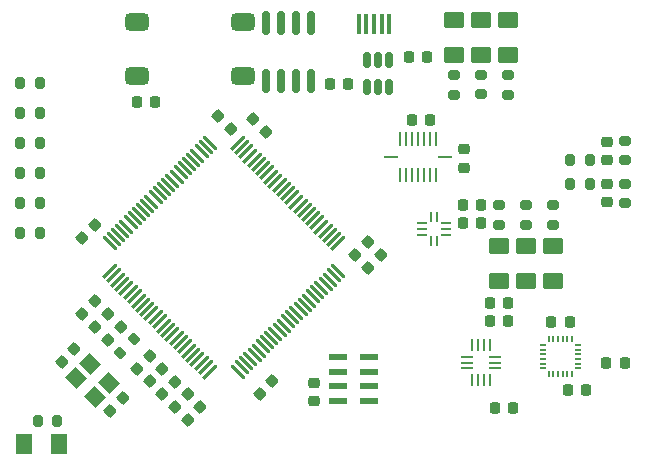
<source format=gtp>
G04 #@! TF.GenerationSoftware,KiCad,Pcbnew,7.0.2*
G04 #@! TF.CreationDate,2023-06-10T11:02:38+03:00*
G04 #@! TF.ProjectId,2.0,322e302e-6b69-4636-9164-5f7063625858,2.0*
G04 #@! TF.SameCoordinates,Original*
G04 #@! TF.FileFunction,Paste,Top*
G04 #@! TF.FilePolarity,Positive*
%FSLAX46Y46*%
G04 Gerber Fmt 4.6, Leading zero omitted, Abs format (unit mm)*
G04 Created by KiCad (PCBNEW 7.0.2) date 2023-06-10 11:02:38*
%MOMM*%
%LPD*%
G01*
G04 APERTURE LIST*
G04 Aperture macros list*
%AMRoundRect*
0 Rectangle with rounded corners*
0 $1 Rounding radius*
0 $2 $3 $4 $5 $6 $7 $8 $9 X,Y pos of 4 corners*
0 Add a 4 corners polygon primitive as box body*
4,1,4,$2,$3,$4,$5,$6,$7,$8,$9,$2,$3,0*
0 Add four circle primitives for the rounded corners*
1,1,$1+$1,$2,$3*
1,1,$1+$1,$4,$5*
1,1,$1+$1,$6,$7*
1,1,$1+$1,$8,$9*
0 Add four rect primitives between the rounded corners*
20,1,$1+$1,$2,$3,$4,$5,0*
20,1,$1+$1,$4,$5,$6,$7,0*
20,1,$1+$1,$6,$7,$8,$9,0*
20,1,$1+$1,$8,$9,$2,$3,0*%
%AMRotRect*
0 Rectangle, with rotation*
0 The origin of the aperture is its center*
0 $1 length*
0 $2 width*
0 $3 Rotation angle, in degrees counterclockwise*
0 Add horizontal line*
21,1,$1,$2,0,0,$3*%
G04 Aperture macros list end*
%ADD10R,0.400000X1.800000*%
%ADD11RoundRect,0.200000X0.275000X-0.200000X0.275000X0.200000X-0.275000X0.200000X-0.275000X-0.200000X0*%
%ADD12RoundRect,0.200000X0.200000X0.275000X-0.200000X0.275000X-0.200000X-0.275000X0.200000X-0.275000X0*%
%ADD13RoundRect,0.225000X-0.225000X-0.250000X0.225000X-0.250000X0.225000X0.250000X-0.225000X0.250000X0*%
%ADD14RoundRect,0.225000X0.017678X-0.335876X0.335876X-0.017678X-0.017678X0.335876X-0.335876X0.017678X0*%
%ADD15RoundRect,0.225000X-0.335876X-0.017678X-0.017678X-0.335876X0.335876X0.017678X0.017678X0.335876X0*%
%ADD16RoundRect,0.250001X0.624999X-0.462499X0.624999X0.462499X-0.624999X0.462499X-0.624999X-0.462499X0*%
%ADD17RoundRect,0.225000X0.335876X0.017678X0.017678X0.335876X-0.335876X-0.017678X-0.017678X-0.335876X0*%
%ADD18RoundRect,0.225000X0.225000X0.250000X-0.225000X0.250000X-0.225000X-0.250000X0.225000X-0.250000X0*%
%ADD19RoundRect,0.375000X0.625000X0.375000X-0.625000X0.375000X-0.625000X-0.375000X0.625000X-0.375000X0*%
%ADD20RoundRect,0.050000X0.050000X-0.225000X0.050000X0.225000X-0.050000X0.225000X-0.050000X-0.225000X0*%
%ADD21RoundRect,0.050000X0.225000X0.050000X-0.225000X0.050000X-0.225000X-0.050000X0.225000X-0.050000X0*%
%ADD22RoundRect,0.250001X-0.462499X-0.624999X0.462499X-0.624999X0.462499X0.624999X-0.462499X0.624999X0*%
%ADD23RoundRect,0.200000X-0.275000X0.200000X-0.275000X-0.200000X0.275000X-0.200000X0.275000X0.200000X0*%
%ADD24RoundRect,0.200000X0.053033X-0.335876X0.335876X-0.053033X-0.053033X0.335876X-0.335876X0.053033X0*%
%ADD25RoundRect,0.075000X-0.459619X-0.565685X0.565685X0.459619X0.459619X0.565685X-0.565685X-0.459619X0*%
%ADD26RoundRect,0.075000X0.459619X-0.565685X0.565685X-0.459619X-0.459619X0.565685X-0.565685X0.459619X0*%
%ADD27RoundRect,0.200000X-0.200000X-0.275000X0.200000X-0.275000X0.200000X0.275000X-0.200000X0.275000X0*%
%ADD28RoundRect,0.225000X-0.017678X0.335876X-0.335876X0.017678X0.017678X-0.335876X0.335876X-0.017678X0*%
%ADD29RoundRect,0.250001X-0.624999X0.462499X-0.624999X-0.462499X0.624999X-0.462499X0.624999X0.462499X0*%
%ADD30RoundRect,0.062500X0.062500X-0.525000X0.062500X0.525000X-0.062500X0.525000X-0.062500X-0.525000X0*%
%ADD31RoundRect,0.062500X-0.525000X-0.062500X0.525000X-0.062500X0.525000X0.062500X-0.525000X0.062500X0*%
%ADD32RoundRect,0.225000X-0.250000X0.225000X-0.250000X-0.225000X0.250000X-0.225000X0.250000X0.225000X0*%
%ADD33RoundRect,0.225000X0.250000X-0.225000X0.250000X0.225000X-0.250000X0.225000X-0.250000X-0.225000X0*%
%ADD34RoundRect,0.062500X-0.062500X0.325000X-0.062500X-0.325000X0.062500X-0.325000X0.062500X0.325000X0*%
%ADD35RoundRect,0.062500X0.325000X0.062500X-0.325000X0.062500X-0.325000X-0.062500X0.325000X-0.062500X0*%
%ADD36R,1.500000X0.550000*%
%ADD37R,0.250000X0.975000*%
%ADD38R,0.975000X0.250000*%
%ADD39RotRect,1.400000X1.200000X315.000000*%
%ADD40RoundRect,0.150000X0.150000X-0.825000X0.150000X0.825000X-0.150000X0.825000X-0.150000X-0.825000X0*%
%ADD41RoundRect,0.150000X0.150000X-0.512500X0.150000X0.512500X-0.150000X0.512500X-0.150000X-0.512500X0*%
G04 APERTURE END LIST*
D10*
X114690000Y-61924000D03*
X114040000Y-61924000D03*
X113390000Y-61924000D03*
X112740000Y-61924000D03*
X112090000Y-61924000D03*
D11*
X120142000Y-67881000D03*
X120142000Y-66231000D03*
D12*
X131635000Y-75398000D03*
X129985000Y-75398000D03*
D13*
X123177000Y-85471000D03*
X124727000Y-85471000D03*
X123640500Y-94361000D03*
X125190500Y-94361000D03*
X116332000Y-64720000D03*
X117882000Y-64720000D03*
D14*
X86923403Y-90537895D03*
X88019419Y-89441879D03*
D15*
X103147262Y-69935632D03*
X104243278Y-71031648D03*
D16*
X128524000Y-83620000D03*
X128524000Y-80645000D03*
D17*
X95471618Y-93238336D03*
X94375602Y-92142320D03*
D13*
X123177000Y-86995000D03*
X124727000Y-86995000D03*
D12*
X85069000Y-66852000D03*
X83419000Y-66852000D03*
D16*
X123952000Y-83620000D03*
X123952000Y-80645000D03*
D18*
X122431500Y-77216000D03*
X120881500Y-77216000D03*
D13*
X116594000Y-69977000D03*
X118144000Y-69977000D03*
D19*
X102290000Y-66256400D03*
X93290000Y-66256400D03*
X102290000Y-61756400D03*
X93290000Y-61756400D03*
D14*
X88638844Y-80021803D03*
X89734860Y-78925787D03*
D20*
X128159000Y-91543000D03*
X128559000Y-91543000D03*
X128959000Y-91543000D03*
X129359000Y-91543000D03*
X129759000Y-91543000D03*
X130159000Y-91543000D03*
D21*
X130659000Y-91043000D03*
X130659000Y-90643000D03*
X130659000Y-90243000D03*
X130659000Y-89843000D03*
X130659000Y-89443000D03*
X130659000Y-89043000D03*
D20*
X130159000Y-88543000D03*
X129759000Y-88543000D03*
X129359000Y-88543000D03*
X128959000Y-88543000D03*
X128559000Y-88543000D03*
X128159000Y-88543000D03*
D21*
X127659000Y-89043000D03*
X127659000Y-89443000D03*
X127659000Y-89843000D03*
X127659000Y-90243000D03*
X127659000Y-90643000D03*
X127659000Y-91043000D03*
D22*
X83729500Y-97409000D03*
X86704500Y-97409000D03*
D23*
X134620000Y-75398000D03*
X134620000Y-77048000D03*
D24*
X91873859Y-89729673D03*
X93040585Y-88562947D03*
D25*
X91002703Y-82822653D03*
X91356256Y-83176206D03*
X91709810Y-83529760D03*
X92063363Y-83883313D03*
X92416916Y-84236866D03*
X92770470Y-84590420D03*
X93124023Y-84943973D03*
X93477577Y-85297527D03*
X93831130Y-85651080D03*
X94184683Y-86004633D03*
X94538237Y-86358187D03*
X94891790Y-86711740D03*
X95245343Y-87065294D03*
X95598897Y-87418847D03*
X95952450Y-87772400D03*
X96306004Y-88125954D03*
X96659557Y-88479507D03*
X97013110Y-88833060D03*
X97366664Y-89186614D03*
X97720217Y-89540167D03*
X98073771Y-89893721D03*
X98427324Y-90247274D03*
X98780877Y-90600827D03*
X99134431Y-90954381D03*
X99487984Y-91307934D03*
D26*
X101856792Y-91307934D03*
X102210345Y-90954381D03*
X102563899Y-90600827D03*
X102917452Y-90247274D03*
X103271005Y-89893721D03*
X103624559Y-89540167D03*
X103978112Y-89186614D03*
X104331666Y-88833060D03*
X104685219Y-88479507D03*
X105038772Y-88125954D03*
X105392326Y-87772400D03*
X105745879Y-87418847D03*
X106099433Y-87065294D03*
X106452986Y-86711740D03*
X106806539Y-86358187D03*
X107160093Y-86004633D03*
X107513646Y-85651080D03*
X107867199Y-85297527D03*
X108220753Y-84943973D03*
X108574306Y-84590420D03*
X108927860Y-84236866D03*
X109281413Y-83883313D03*
X109634966Y-83529760D03*
X109988520Y-83176206D03*
X110342073Y-82822653D03*
D25*
X110342073Y-80453845D03*
X109988520Y-80100292D03*
X109634966Y-79746738D03*
X109281413Y-79393185D03*
X108927860Y-79039632D03*
X108574306Y-78686078D03*
X108220753Y-78332525D03*
X107867199Y-77978971D03*
X107513646Y-77625418D03*
X107160093Y-77271865D03*
X106806539Y-76918311D03*
X106452986Y-76564758D03*
X106099433Y-76211204D03*
X105745879Y-75857651D03*
X105392326Y-75504098D03*
X105038772Y-75150544D03*
X104685219Y-74796991D03*
X104331666Y-74443438D03*
X103978112Y-74089884D03*
X103624559Y-73736331D03*
X103271005Y-73382777D03*
X102917452Y-73029224D03*
X102563899Y-72675671D03*
X102210345Y-72322117D03*
X101856792Y-71968564D03*
D26*
X99487984Y-71968564D03*
X99134431Y-72322117D03*
X98780877Y-72675671D03*
X98427324Y-73029224D03*
X98073771Y-73382777D03*
X97720217Y-73736331D03*
X97366664Y-74089884D03*
X97013110Y-74443438D03*
X96659557Y-74796991D03*
X96306004Y-75150544D03*
X95952450Y-75504098D03*
X95598897Y-75857651D03*
X95245343Y-76211204D03*
X94891790Y-76564758D03*
X94538237Y-76918311D03*
X94184683Y-77271865D03*
X93831130Y-77625418D03*
X93477577Y-77978971D03*
X93124023Y-78332525D03*
X92770470Y-78686078D03*
X92416916Y-79039632D03*
X92063363Y-79393185D03*
X91709810Y-79746738D03*
X91356256Y-80100292D03*
X91002703Y-80453845D03*
D15*
X97589686Y-93201143D03*
X98685702Y-94297159D03*
D13*
X109664200Y-67005200D03*
X111214200Y-67005200D03*
D12*
X85069000Y-69392000D03*
X83419000Y-69392000D03*
D27*
X84900000Y-95504000D03*
X86550000Y-95504000D03*
D11*
X124714000Y-67881000D03*
X124714000Y-66231000D03*
D28*
X104783507Y-92077973D03*
X103687491Y-93173989D03*
D11*
X123952000Y-78893500D03*
X123952000Y-77243500D03*
D18*
X122431500Y-78748000D03*
X120881500Y-78748000D03*
D11*
X122428000Y-67818000D03*
X122428000Y-66168000D03*
D17*
X101292521Y-70801839D03*
X100196505Y-69705823D03*
D29*
X120142000Y-61504500D03*
X120142000Y-64479500D03*
D17*
X96549248Y-92160705D03*
X95453232Y-91064689D03*
D30*
X115594000Y-71637000D03*
X116094000Y-71637000D03*
X116594000Y-71637000D03*
X117094000Y-71637000D03*
X117594000Y-71637000D03*
X118094000Y-71637000D03*
X118594000Y-71637000D03*
D31*
X119359000Y-73152000D03*
D30*
X118594000Y-74667000D03*
X118094000Y-74667000D03*
X117594000Y-74667000D03*
X117094000Y-74667000D03*
X116594000Y-74667000D03*
X116094000Y-74667000D03*
X115594000Y-74667000D03*
D31*
X114829000Y-73152000D03*
D13*
X93290000Y-68529200D03*
X94840000Y-68529200D03*
D28*
X89785065Y-85378138D03*
X88689049Y-86474154D03*
D11*
X128524000Y-78893500D03*
X128524000Y-77243500D03*
D29*
X122428000Y-61504500D03*
X122428000Y-64479500D03*
D32*
X133096000Y-75398000D03*
X133096000Y-76948000D03*
D16*
X126238000Y-83620000D03*
X126238000Y-80645000D03*
D33*
X108305600Y-93789800D03*
X108305600Y-92239800D03*
D34*
X118740500Y-78235500D03*
X118240500Y-78235500D03*
D35*
X117482000Y-78748000D03*
X117482000Y-79248000D03*
X117482000Y-79748000D03*
D34*
X118244500Y-80260500D03*
X118744500Y-80260500D03*
D35*
X119507000Y-79748000D03*
X119507000Y-79248000D03*
X119507000Y-78748000D03*
D12*
X85069000Y-77012000D03*
X83419000Y-77012000D03*
D18*
X129934000Y-87122000D03*
X128384000Y-87122000D03*
D11*
X134620000Y-73406000D03*
X134620000Y-71756000D03*
D17*
X90862696Y-88629414D03*
X89766680Y-87533398D03*
X91940326Y-87551783D03*
X90844310Y-86455767D03*
D33*
X121031000Y-74054000D03*
X121031000Y-72504000D03*
D28*
X94401907Y-89994978D03*
X93305891Y-91090994D03*
D12*
X131635000Y-73406000D03*
X129985000Y-73406000D03*
X85069000Y-71932000D03*
X83419000Y-71932000D03*
D15*
X96512055Y-94278773D03*
X97608071Y-95374789D03*
D29*
X124714000Y-61504500D03*
X124714000Y-64479500D03*
D28*
X92150337Y-93572797D03*
X91054321Y-94668813D03*
D36*
X110308000Y-90073000D03*
X110308000Y-91323000D03*
X110308000Y-92573000D03*
X110308000Y-93823000D03*
X112958000Y-93823000D03*
X112958000Y-92573000D03*
X112958000Y-91323000D03*
X112958000Y-90073000D03*
D11*
X126238000Y-78893500D03*
X126238000Y-77243500D03*
D37*
X121690000Y-92013500D03*
X122190000Y-92013500D03*
X122690000Y-92013500D03*
X123190000Y-92013500D03*
D38*
X123640500Y-91051000D03*
X123640500Y-90551000D03*
X123640500Y-90051000D03*
D37*
X123178000Y-89088500D03*
X122678000Y-89088500D03*
X122178000Y-89088500D03*
X121678000Y-89088500D03*
D38*
X121215500Y-90051000D03*
X121215500Y-90551000D03*
X121215500Y-91051000D03*
D12*
X85069000Y-79552000D03*
X83419000Y-79552000D03*
D39*
X88163670Y-91884227D03*
X89719305Y-93439862D03*
X90921386Y-92237781D03*
X89365751Y-90682146D03*
D14*
X111747802Y-81416926D03*
X112843818Y-80320910D03*
D18*
X131318000Y-92862400D03*
X129768000Y-92862400D03*
D14*
X112877758Y-82546882D03*
X113973774Y-81450866D03*
D40*
X104267000Y-66737000D03*
X105537000Y-66737000D03*
X106807000Y-66737000D03*
X108077000Y-66737000D03*
X108077000Y-61787000D03*
X106807000Y-61787000D03*
X105537000Y-61787000D03*
X104267000Y-61787000D03*
D41*
X112765000Y-67177500D03*
X113715000Y-67177500D03*
X114665000Y-67177500D03*
X114665000Y-64902500D03*
X113715000Y-64902500D03*
X112765000Y-64902500D03*
D12*
X85069000Y-74472000D03*
X83419000Y-74472000D03*
D33*
X133096000Y-73406000D03*
X133096000Y-71856000D03*
D13*
X133045200Y-90627200D03*
X134595200Y-90627200D03*
M02*

</source>
